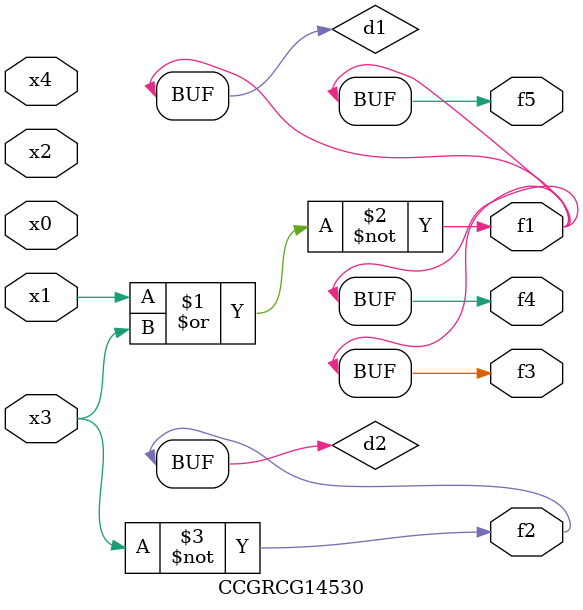
<source format=v>
module CCGRCG14530(
	input x0, x1, x2, x3, x4,
	output f1, f2, f3, f4, f5
);

	wire d1, d2;

	nor (d1, x1, x3);
	not (d2, x3);
	assign f1 = d1;
	assign f2 = d2;
	assign f3 = d1;
	assign f4 = d1;
	assign f5 = d1;
endmodule

</source>
